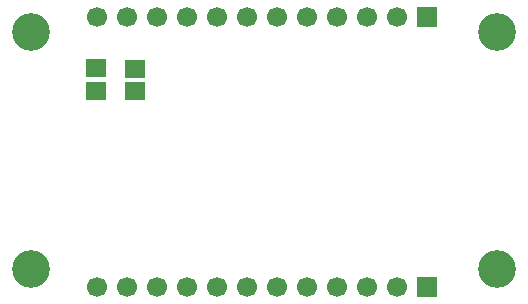
<source format=gbr>
G04 DipTrace 3.1.0.0*
G04 BottomMask.gbr*
%MOIN*%
G04 #@! TF.FileFunction,Soldermask,Bot*
G04 #@! TF.Part,Single*
%ADD39C,0.125984*%
%ADD52R,0.066929X0.059055*%
%ADD62C,0.066929*%
%ADD64R,0.066929X0.066929*%
%FSLAX26Y26*%
G04*
G70*
G90*
G75*
G01*
G04 BotMask*
%LPD*%
D39*
X2055010Y513701D3*
X503386D3*
X2055042Y1303701D3*
X503386D3*
D64*
X1823386Y1353701D3*
D62*
X1723386D3*
X1623386D3*
X1523386D3*
X1423386D3*
X1323386D3*
X1223386D3*
X1123386D3*
X1023386D3*
X923386D3*
X823386D3*
X723386D3*
D64*
X1823386Y453682D3*
D62*
X1723386D3*
X1623386D3*
X1523386D3*
X1423386D3*
X1323386D3*
X1223386D3*
X1123386D3*
X1023386D3*
X923386D3*
X823386D3*
X723386D3*
D52*
X847386Y1105898D3*
Y1180701D3*
X717386Y1106701D3*
Y1181504D3*
M02*

</source>
